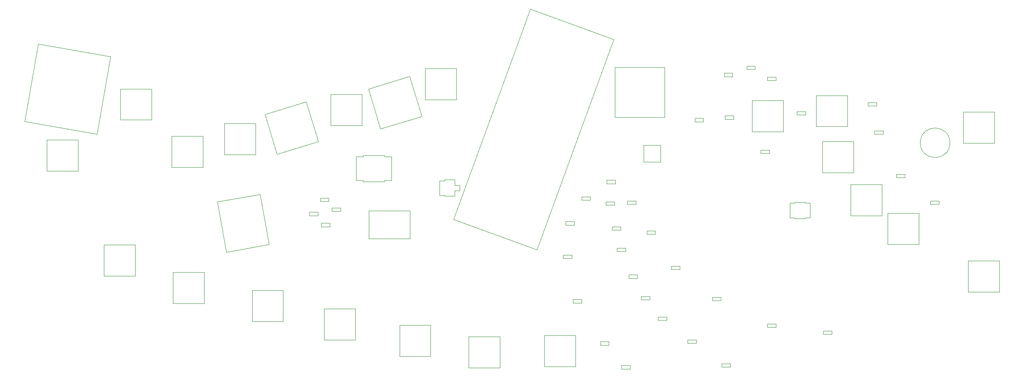
<source format=gbr>
%TF.GenerationSoftware,KiCad,Pcbnew,9.0.6*%
%TF.CreationDate,2025-11-25T23:45:01-06:00*%
%TF.ProjectId,1745LightUpBoard,31373435-4c69-4676-9874-5570426f6172,rev?*%
%TF.SameCoordinates,Original*%
%TF.FileFunction,Other,User*%
%FSLAX46Y46*%
G04 Gerber Fmt 4.6, Leading zero omitted, Abs format (unit mm)*
G04 Created by KiCad (PCBNEW 9.0.6) date 2025-11-25 23:45:01*
%MOMM*%
%LPD*%
G01*
G04 APERTURE LIST*
%ADD10C,0.050000*%
G04 APERTURE END LIST*
D10*
%TO.C,REF\u002A\u002A*%
X236030000Y-70540000D02*
G75*
G02*
X229930000Y-70540000I-3050000J0D01*
G01*
X229930000Y-70540000D02*
G75*
G02*
X236030000Y-70540000I3050000J0D01*
G01*
%TO.C,C11*%
X198362500Y-107910000D02*
X200122500Y-107910000D01*
X198362500Y-108610000D02*
X198362500Y-107910000D01*
X200122500Y-107910000D02*
X200122500Y-108610000D01*
X200122500Y-108610000D02*
X198362500Y-108610000D01*
%TO.C,C12*%
X209882500Y-109370000D02*
X211642500Y-109370000D01*
X209882500Y-110070000D02*
X209882500Y-109370000D01*
X211642500Y-109370000D02*
X211642500Y-110070000D01*
X211642500Y-110070000D02*
X209882500Y-110070000D01*
%TO.C,C9*%
X178572500Y-95960000D02*
X180332500Y-95960000D01*
X178572500Y-96660000D02*
X178572500Y-95960000D01*
X180332500Y-95960000D02*
X180332500Y-96660000D01*
X180332500Y-96660000D02*
X178572500Y-96660000D01*
%TO.C,C7*%
X168325000Y-116530000D02*
X170085000Y-116530000D01*
X168325000Y-117230000D02*
X168325000Y-116530000D01*
X170085000Y-116530000D02*
X170085000Y-117230000D01*
X170085000Y-117230000D02*
X168325000Y-117230000D01*
%TO.C,D15*%
X65020000Y-59390000D02*
X65020000Y-65810000D01*
X65020000Y-65810000D02*
X71450000Y-65810000D01*
X71450000Y-59390000D02*
X65020000Y-59390000D01*
X71450000Y-65810000D02*
X71450000Y-59390000D01*
%TO.C,U3*%
X172910000Y-71005000D02*
X176410000Y-71005000D01*
X176410000Y-74505000D01*
X172910000Y-74505000D01*
X172910000Y-71005000D01*
%TO.C,R13*%
X219152500Y-62190000D02*
X220912500Y-62190000D01*
X219152500Y-62890000D02*
X219152500Y-62190000D01*
X220912500Y-62190000D02*
X220912500Y-62890000D01*
X220912500Y-62890000D02*
X219152500Y-62890000D01*
%TO.C,D7*%
X49880000Y-69940000D02*
X49880000Y-76360000D01*
X49880000Y-76360000D02*
X56310000Y-76360000D01*
X56310000Y-69940000D02*
X49880000Y-69940000D01*
X56310000Y-76360000D02*
X56310000Y-69940000D01*
%TO.C,D8*%
X152375000Y-110340000D02*
X152375000Y-116760000D01*
X152375000Y-116760000D02*
X158805000Y-116760000D01*
X158805000Y-110340000D02*
X152375000Y-110340000D01*
X158805000Y-116760000D02*
X158805000Y-110340000D01*
%TO.C,D13*%
X75870000Y-97310000D02*
X75870000Y-103730000D01*
X75870000Y-103730000D02*
X82300000Y-103730000D01*
X82300000Y-97310000D02*
X75870000Y-97310000D01*
X82300000Y-103730000D02*
X82300000Y-97310000D01*
%TO.C,Y1*%
X116230000Y-84590000D02*
X124730000Y-84590000D01*
X124730000Y-90290000D01*
X116230000Y-90290000D01*
X116230000Y-84590000D01*
%TO.C,D6*%
X106432500Y-87150000D02*
X108192500Y-87150000D01*
X106432500Y-87850000D02*
X106432500Y-87150000D01*
X108192500Y-87150000D02*
X108192500Y-87850000D01*
X108192500Y-87850000D02*
X106432500Y-87850000D01*
%TO.C,R2*%
X188977500Y-116130000D02*
X190737500Y-116130000D01*
X188977500Y-116830000D02*
X188977500Y-116130000D01*
X190737500Y-116130000D02*
X190737500Y-116830000D01*
X190737500Y-116830000D02*
X188977500Y-116830000D01*
%TO.C,A1*%
X149535293Y-42907640D02*
X133727125Y-86340231D01*
X149535293Y-42907640D02*
X166712876Y-49159767D01*
X150904705Y-92592360D02*
X133727125Y-86340231D01*
X150904705Y-92592360D02*
X166712876Y-49159767D01*
%TO.C,D26*%
X238795000Y-64200000D02*
X238795000Y-70620000D01*
X238795000Y-70620000D02*
X245225000Y-70620000D01*
X245225000Y-64200000D02*
X238795000Y-64200000D01*
X245225000Y-70620000D02*
X245225000Y-64200000D01*
%TO.C,D3*%
X103997500Y-84860000D02*
X105757500Y-84860000D01*
X103997500Y-85560000D02*
X103997500Y-84860000D01*
X105757500Y-84860000D02*
X105757500Y-85560000D01*
X105757500Y-85560000D02*
X103997500Y-85560000D01*
%TO.C,D22*%
X239810000Y-94880000D02*
X239810000Y-101300000D01*
X239810000Y-101300000D02*
X246240000Y-101300000D01*
X246240000Y-94880000D02*
X239810000Y-94880000D01*
X246240000Y-101300000D02*
X246240000Y-94880000D01*
%TO.C,C10*%
X187027500Y-102420000D02*
X188787500Y-102420000D01*
X187027500Y-103120000D02*
X187027500Y-102420000D01*
X188787500Y-102420000D02*
X188787500Y-103120000D01*
X188787500Y-103120000D02*
X187027500Y-103120000D01*
%TO.C,D5*%
X108650000Y-83960000D02*
X110410000Y-83960000D01*
X108650000Y-84660000D02*
X108650000Y-83960000D01*
X110410000Y-83960000D02*
X110410000Y-84660000D01*
X110410000Y-84660000D02*
X108650000Y-84660000D01*
%TO.C,C8*%
X173540000Y-88690000D02*
X175300000Y-88690000D01*
X173540000Y-89390000D02*
X173540000Y-88690000D01*
X175300000Y-88690000D02*
X175300000Y-89390000D01*
X175300000Y-89390000D02*
X173540000Y-89390000D01*
%TO.C,C15*%
X167382500Y-92250000D02*
X169142500Y-92250000D01*
X167382500Y-92950000D02*
X167382500Y-92250000D01*
X169142500Y-92250000D02*
X169142500Y-92950000D01*
X169142500Y-92950000D02*
X167382500Y-92950000D01*
%TO.C,D23*%
X215540000Y-79130000D02*
X215540000Y-85550000D01*
X215540000Y-85550000D02*
X221970000Y-85550000D01*
X221970000Y-79130000D02*
X215540000Y-79130000D01*
X221970000Y-85550000D02*
X221970000Y-79130000D01*
%TO.C,D20*%
X195240000Y-61770000D02*
X195240000Y-68190000D01*
X195240000Y-68190000D02*
X201670000Y-68190000D01*
X201670000Y-61770000D02*
X195240000Y-61770000D01*
X201670000Y-68190000D02*
X201670000Y-61770000D01*
%TO.C,R10*%
X183440000Y-65470000D02*
X185200000Y-65470000D01*
X183440000Y-66170000D02*
X183440000Y-65470000D01*
X185200000Y-65470000D02*
X185200000Y-66170000D01*
X185200000Y-66170000D02*
X183440000Y-66170000D01*
%TO.C,R1*%
X175850000Y-106500000D02*
X177610000Y-106500000D01*
X175850000Y-107200000D02*
X175850000Y-106500000D01*
X177610000Y-106500000D02*
X177610000Y-107200000D01*
X177610000Y-107200000D02*
X175850000Y-107200000D01*
%TO.C,C5*%
X158365000Y-102900000D02*
X160125000Y-102900000D01*
X158365000Y-103600000D02*
X158365000Y-102900000D01*
X160125000Y-102900000D02*
X160125000Y-103600000D01*
X160125000Y-103600000D02*
X158365000Y-103600000D01*
%TO.C,U2*%
X113590000Y-73425000D02*
X115040000Y-73425000D01*
X113590000Y-78285000D02*
X113590000Y-73425000D01*
X115040000Y-73155000D02*
X119440000Y-73155000D01*
X115040000Y-73425000D02*
X115040000Y-73155000D01*
X115040000Y-78285000D02*
X113590000Y-78285000D01*
X115040000Y-78555000D02*
X115040000Y-78285000D01*
X119440000Y-73155000D02*
X119440000Y-73425000D01*
X119440000Y-73425000D02*
X120890000Y-73425000D01*
X119440000Y-78285000D02*
X119440000Y-78555000D01*
X119440000Y-78555000D02*
X115040000Y-78555000D01*
X120890000Y-73425000D02*
X120890000Y-78285000D01*
X120890000Y-78285000D02*
X119440000Y-78285000D01*
%TO.C,R11*%
X189680000Y-64950000D02*
X191440000Y-64950000D01*
X189680000Y-65650000D02*
X189680000Y-64950000D01*
X191440000Y-64950000D02*
X191440000Y-65650000D01*
X191440000Y-65650000D02*
X189680000Y-65650000D01*
%TO.C,C3*%
X156847500Y-86810000D02*
X158607500Y-86810000D01*
X156847500Y-87510000D02*
X156847500Y-86810000D01*
X158607500Y-86810000D02*
X158607500Y-87510000D01*
X158607500Y-87510000D02*
X156847500Y-87510000D01*
%TO.C,D25*%
X208460000Y-60740000D02*
X208460000Y-67160000D01*
X208460000Y-67160000D02*
X214890000Y-67160000D01*
X214890000Y-60740000D02*
X208460000Y-60740000D01*
X214890000Y-67160000D02*
X214890000Y-60740000D01*
%TO.C,R6*%
X189462500Y-56160000D02*
X191222500Y-56160000D01*
X189462500Y-56860000D02*
X189462500Y-56160000D01*
X191222500Y-56160000D02*
X191222500Y-56860000D01*
X191222500Y-56860000D02*
X189462500Y-56860000D01*
%TO.C,D21*%
X223225000Y-85090000D02*
X223225000Y-91510000D01*
X223225000Y-91510000D02*
X229655000Y-91510000D01*
X229655000Y-85090000D02*
X223225000Y-85090000D01*
X229655000Y-91510000D02*
X229655000Y-85090000D01*
%TO.C,D11*%
X107015000Y-104800000D02*
X107015000Y-111220000D01*
X107015000Y-111220000D02*
X113445000Y-111220000D01*
X113445000Y-104800000D02*
X107015000Y-104800000D01*
X113445000Y-111220000D02*
X113445000Y-104800000D01*
%TO.C,R8*%
X198362500Y-56970000D02*
X200122500Y-56970000D01*
X198362500Y-57670000D02*
X198362500Y-56970000D01*
X200122500Y-56970000D02*
X200122500Y-57670000D01*
X200122500Y-57670000D02*
X198362500Y-57670000D01*
%TO.C,R3*%
X166372500Y-87870000D02*
X168132500Y-87870000D01*
X166372500Y-88570000D02*
X166372500Y-87870000D01*
X168132500Y-87870000D02*
X168132500Y-88570000D01*
X168132500Y-88570000D02*
X166372500Y-88570000D01*
%TO.C,R5*%
X181967500Y-111210000D02*
X183727500Y-111210000D01*
X181967500Y-111910000D02*
X181967500Y-111210000D01*
X183727500Y-111210000D02*
X183727500Y-111910000D01*
X183727500Y-111910000D02*
X181967500Y-111910000D01*
%TO.C,C2*%
X160102500Y-81670000D02*
X161862500Y-81670000D01*
X160102500Y-82370000D02*
X160102500Y-81670000D01*
X161862500Y-81670000D02*
X161862500Y-82370000D01*
X161862500Y-82370000D02*
X160102500Y-82370000D01*
%TO.C,C14*%
X169547500Y-82550000D02*
X171307500Y-82550000D01*
X169547500Y-83250000D02*
X169547500Y-82550000D01*
X171307500Y-82550000D02*
X171307500Y-83250000D01*
X171307500Y-83250000D02*
X169547500Y-83250000D01*
%TO.C,D4*%
X106235000Y-81910000D02*
X107995000Y-81910000D01*
X106235000Y-82610000D02*
X106235000Y-81910000D01*
X107995000Y-81910000D02*
X107995000Y-82610000D01*
X107995000Y-82610000D02*
X106235000Y-82610000D01*
%TO.C,U1*%
X166935000Y-54925000D02*
X177245000Y-54925000D01*
X166935000Y-65235000D02*
X166935000Y-54925000D01*
X166935000Y-65235000D02*
X177245000Y-65235000D01*
X177245000Y-65235000D02*
X177245000Y-54925000D01*
%TO.C,J3*%
X94797246Y-64658943D02*
X97311642Y-72883165D01*
X97311642Y-72883165D02*
X105822755Y-70281057D01*
X103308358Y-62056835D02*
X94797246Y-64658943D01*
X105822755Y-70281057D02*
X103308358Y-62056835D01*
%TO.C,D16*%
X75590000Y-69170000D02*
X75590000Y-75590000D01*
X75590000Y-75590000D02*
X82020000Y-75590000D01*
X82020000Y-69170000D02*
X75590000Y-69170000D01*
X82020000Y-75590000D02*
X82020000Y-69170000D01*
%TO.C,D18*%
X108395000Y-60540000D02*
X108395000Y-66960000D01*
X108395000Y-66960000D02*
X114825000Y-66960000D01*
X114825000Y-60540000D02*
X108395000Y-60540000D01*
X114825000Y-66960000D02*
X114825000Y-60540000D01*
%TO.C,R4*%
X169822500Y-97820000D02*
X171582500Y-97820000D01*
X169822500Y-98520000D02*
X169822500Y-97820000D01*
X171582500Y-97820000D02*
X171582500Y-98520000D01*
X171582500Y-98520000D02*
X169822500Y-98520000D01*
%TO.C,D12*%
X92170000Y-100980000D02*
X92170000Y-107400000D01*
X92170000Y-107400000D02*
X98600000Y-107400000D01*
X98600000Y-100980000D02*
X92170000Y-100980000D01*
X98600000Y-107400000D02*
X98600000Y-100980000D01*
%TO.C,D1*%
X224950000Y-77040000D02*
X226710000Y-77040000D01*
X224950000Y-77740000D02*
X224950000Y-77040000D01*
X226710000Y-77040000D02*
X226710000Y-77740000D01*
X226710000Y-77740000D02*
X224950000Y-77740000D01*
%TO.C,R9*%
X204490000Y-64060000D02*
X206250000Y-64060000D01*
X204490000Y-64760000D02*
X204490000Y-64060000D01*
X206250000Y-64060000D02*
X206250000Y-64760000D01*
X206250000Y-64760000D02*
X204490000Y-64760000D01*
%TO.C,J1*%
X45275565Y-66127612D02*
X60175703Y-68754909D01*
X48104293Y-50085091D02*
X45275565Y-66127612D01*
X60175703Y-68754909D02*
X63004435Y-52712389D01*
X63004435Y-52712389D02*
X48104293Y-50085091D01*
%TO.C,C13*%
X165122500Y-82680000D02*
X166882500Y-82680000D01*
X165122500Y-83380000D02*
X165122500Y-82680000D01*
X166882500Y-82680000D02*
X166882500Y-83380000D01*
X166882500Y-83380000D02*
X165122500Y-83380000D01*
%TO.C,D10*%
X122565000Y-108220000D02*
X122565000Y-114640000D01*
X122565000Y-114640000D02*
X128995000Y-114640000D01*
X128995000Y-108220000D02*
X122565000Y-108220000D01*
X128995000Y-114640000D02*
X128995000Y-108220000D01*
%TO.C,D14*%
X61645000Y-91610000D02*
X61645000Y-98030000D01*
X61645000Y-98030000D02*
X68075000Y-98030000D01*
X68075000Y-91610000D02*
X61645000Y-91610000D01*
X68075000Y-98030000D02*
X68075000Y-91610000D01*
%TO.C,C16*%
X172430000Y-102280000D02*
X174190000Y-102280000D01*
X172430000Y-102980000D02*
X172430000Y-102280000D01*
X174190000Y-102280000D02*
X174190000Y-102980000D01*
X174190000Y-102980000D02*
X172430000Y-102980000D01*
%TO.C,C6*%
X163977500Y-111610000D02*
X165737500Y-111610000D01*
X163977500Y-112310000D02*
X163977500Y-111610000D01*
X165737500Y-111610000D02*
X165737500Y-112310000D01*
X165737500Y-112310000D02*
X163977500Y-112310000D01*
%TO.C,J4*%
X116135661Y-59438947D02*
X118650058Y-67663168D01*
X118650058Y-67663168D02*
X127161169Y-65061059D01*
X124646773Y-56836839D02*
X116135661Y-59438947D01*
X127161169Y-65061059D02*
X124646773Y-56836839D01*
%TO.C,D24*%
X209710000Y-70250000D02*
X209710000Y-76670000D01*
X209710000Y-76670000D02*
X216140000Y-76670000D01*
X216140000Y-70250000D02*
X209710000Y-70250000D01*
X216140000Y-76670000D02*
X216140000Y-70250000D01*
%TO.C,D19*%
X127860000Y-55190000D02*
X127860000Y-61610000D01*
X127860000Y-61610000D02*
X134290000Y-61610000D01*
X134290000Y-55190000D02*
X127860000Y-55190000D01*
X134290000Y-61610000D02*
X134290000Y-55190000D01*
%TO.C,C1*%
X165286579Y-78244068D02*
X167046579Y-78244068D01*
X165286579Y-78944068D02*
X165286579Y-78244068D01*
X167046579Y-78244068D02*
X167046579Y-78944068D01*
X167046579Y-78944068D02*
X165286579Y-78944068D01*
%TO.C,D9*%
X136810000Y-110590000D02*
X136810000Y-117010000D01*
X136810000Y-117010000D02*
X143240000Y-117010000D01*
X143240000Y-110590000D02*
X136810000Y-110590000D01*
X143240000Y-117010000D02*
X143240000Y-110590000D01*
%TO.C,U5*%
X130827500Y-78360000D02*
X131827500Y-78360000D01*
X130827500Y-81360000D02*
X130827500Y-78360000D01*
X131827500Y-78160000D02*
X133927500Y-78160000D01*
X131827500Y-78360000D02*
X131827500Y-78160000D01*
X131827500Y-81360000D02*
X130827500Y-81360000D01*
X131827500Y-81560000D02*
X131827500Y-81360000D01*
X133927500Y-78160000D02*
X133927500Y-79310000D01*
X133927500Y-79310000D02*
X134927500Y-79310000D01*
X133927500Y-80410000D02*
X133927500Y-81560000D01*
X133927500Y-81560000D02*
X131827500Y-81560000D01*
X134927500Y-79310000D02*
X134927500Y-80410000D01*
X134927500Y-80410000D02*
X133927500Y-80410000D01*
%TO.C,R14*%
X220482500Y-68060000D02*
X222242500Y-68060000D01*
X220482500Y-68760000D02*
X220482500Y-68060000D01*
X222242500Y-68060000D02*
X222242500Y-68760000D01*
X222242500Y-68760000D02*
X220482500Y-68760000D01*
%TO.C,D17*%
X86425000Y-66550000D02*
X86425000Y-72970000D01*
X86425000Y-72970000D02*
X92855000Y-72970000D01*
X92855000Y-66550000D02*
X86425000Y-66550000D01*
X92855000Y-72970000D02*
X92855000Y-66550000D01*
%TO.C,J2*%
X85029873Y-82705228D02*
X86860124Y-93085102D01*
X86860124Y-93085102D02*
X95654458Y-91534424D01*
X93824206Y-81154550D02*
X85029873Y-82705228D01*
X95654458Y-91534424D02*
X93824206Y-81154550D01*
%TO.C,R7*%
X194122500Y-54680000D02*
X195882500Y-54680000D01*
X194122500Y-55380000D02*
X194122500Y-54680000D01*
X195882500Y-54680000D02*
X195882500Y-55380000D01*
X195882500Y-55380000D02*
X194122500Y-55380000D01*
%TO.C,D2*%
X232032500Y-82520000D02*
X233792500Y-82520000D01*
X232032500Y-83220000D02*
X232032500Y-82520000D01*
X233792500Y-82520000D02*
X233792500Y-83220000D01*
X233792500Y-83220000D02*
X232032500Y-83220000D01*
%TO.C,U4*%
X203072500Y-83000000D02*
X204072500Y-83000000D01*
X203072500Y-86000000D02*
X203072500Y-83000000D01*
X204072500Y-82800000D02*
X206172500Y-82800000D01*
X204072500Y-83000000D02*
X204072500Y-82800000D01*
X204072500Y-86000000D02*
X203072500Y-86000000D01*
X204072500Y-86200000D02*
X204072500Y-86000000D01*
X206172500Y-82800000D02*
X206172500Y-83000000D01*
X206172500Y-83000000D02*
X207172500Y-83000000D01*
X206172500Y-86000000D02*
X206172500Y-86200000D01*
X206172500Y-86200000D02*
X204072500Y-86200000D01*
X207172500Y-83000000D02*
X207172500Y-86000000D01*
X207172500Y-86000000D02*
X206172500Y-86000000D01*
%TO.C,C4*%
X156285000Y-93690000D02*
X158045000Y-93690000D01*
X156285000Y-94390000D02*
X156285000Y-93690000D01*
X158045000Y-93690000D02*
X158045000Y-94390000D01*
X158045000Y-94390000D02*
X156285000Y-94390000D01*
%TO.C,R12*%
X197030000Y-72000000D02*
X198790000Y-72000000D01*
X197030000Y-72700000D02*
X197030000Y-72000000D01*
X198790000Y-72000000D02*
X198790000Y-72700000D01*
X198790000Y-72700000D02*
X197030000Y-72700000D01*
%TD*%
M02*

</source>
